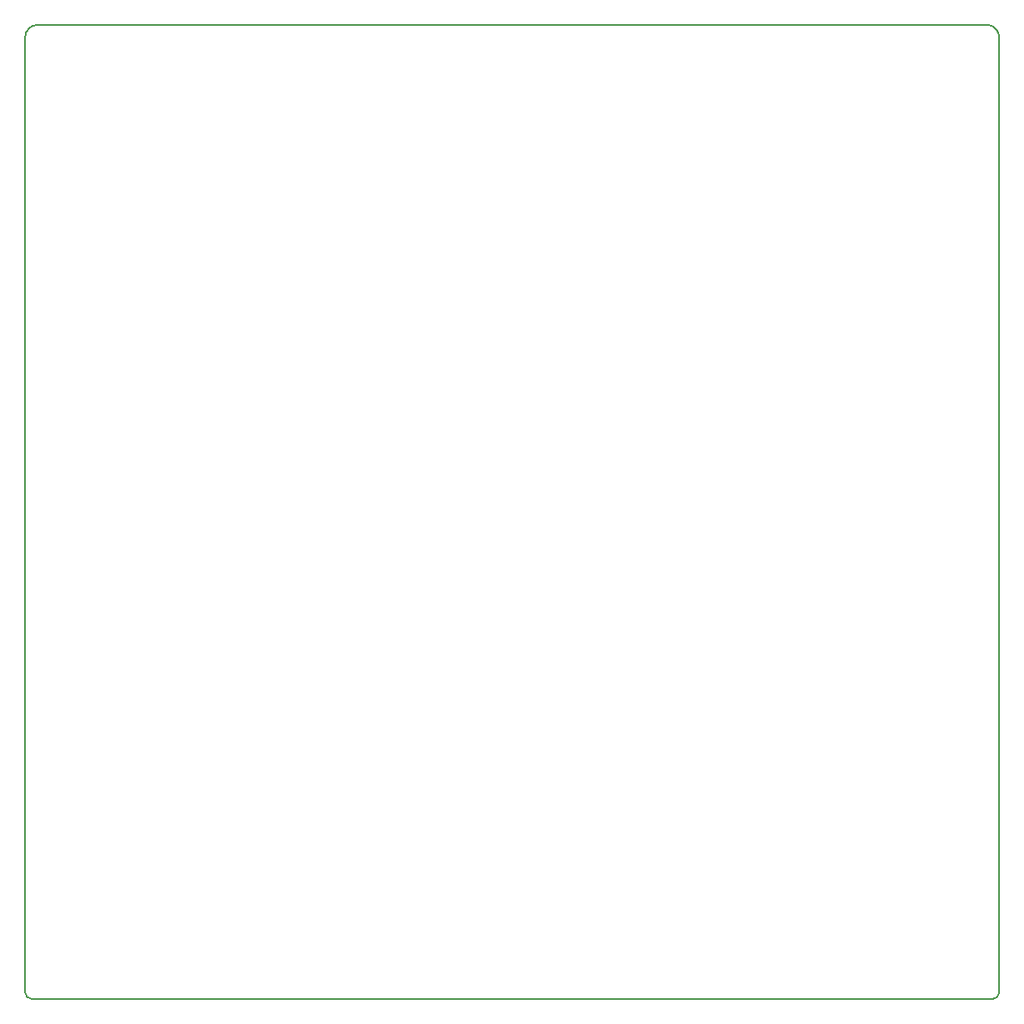
<source format=gm1>
G04 #@! TF.GenerationSoftware,KiCad,Pcbnew,(5.1.5)-3*
G04 #@! TF.CreationDate,2020-10-11T23:01:46+02:00*
G04 #@! TF.ProjectId,PP 6502 Game Board,50502036-3530-4322-9047-616d6520426f,rev?*
G04 #@! TF.SameCoordinates,Original*
G04 #@! TF.FileFunction,Profile,NP*
%FSLAX46Y46*%
G04 Gerber Fmt 4.6, Leading zero omitted, Abs format (unit mm)*
G04 Created by KiCad (PCBNEW (5.1.5)-3) date 2020-10-11 23:01:46*
%MOMM*%
%LPD*%
G04 APERTURE LIST*
%ADD10C,0.150000*%
G04 APERTURE END LIST*
D10*
X199390000Y-49530000D02*
X199390000Y-146685000D01*
X198755000Y-147320000D02*
X100965000Y-147320000D01*
X198755000Y-147320000D02*
G75*
G03X199390000Y-146685000I0J635000D01*
G01*
X100330000Y-146685000D02*
X100330000Y-49530000D01*
X100330000Y-146685000D02*
G75*
G03X100965000Y-147320000I635000J0D01*
G01*
X194945000Y-48260000D02*
X198120000Y-48260000D01*
X101600000Y-48260000D02*
X104775000Y-48260000D01*
X101600000Y-48260000D02*
G75*
G03X100330000Y-49530000I0J-1270000D01*
G01*
X199390000Y-49530000D02*
G75*
G03X198120000Y-48260000I-1270000J0D01*
G01*
X104775000Y-48260000D02*
X194945000Y-48260000D01*
M02*

</source>
